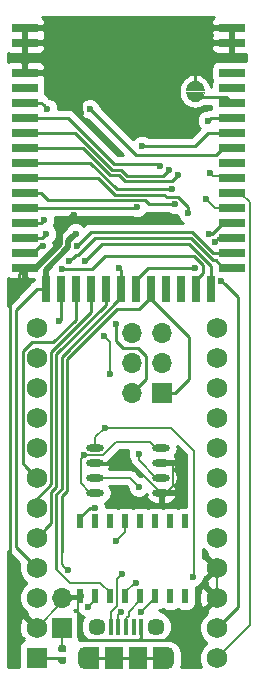
<source format=gbr>
G04 #@! TF.GenerationSoftware,KiCad,Pcbnew,(5.0.0)*
G04 #@! TF.CreationDate,2019-11-08T22:07:10-06:00*
G04 #@! TF.ProjectId,EByte_E73,45427974655F4537332E6B696361645F,rev?*
G04 #@! TF.SameCoordinates,Original*
G04 #@! TF.FileFunction,Copper,L1,Top,Signal*
G04 #@! TF.FilePolarity,Positive*
%FSLAX46Y46*%
G04 Gerber Fmt 4.6, Leading zero omitted, Abs format (unit mm)*
G04 Created by KiCad (PCBNEW (5.0.0)) date 11/08/19 22:07:10*
%MOMM*%
%LPD*%
G01*
G04 APERTURE LIST*
G04 #@! TA.AperFunction,EtchedComponent*
%ADD10C,0.010000*%
G04 #@! TD*
G04 #@! TA.AperFunction,SMDPad,CuDef*
%ADD11R,0.508000X1.143000*%
G04 #@! TD*
G04 #@! TA.AperFunction,ComponentPad*
%ADD12R,1.752600X1.752600*%
G04 #@! TD*
G04 #@! TA.AperFunction,ComponentPad*
%ADD13C,1.752600*%
G04 #@! TD*
G04 #@! TA.AperFunction,ComponentPad*
%ADD14C,0.400000*%
G04 #@! TD*
G04 #@! TA.AperFunction,SMDPad,CuDef*
%ADD15R,0.720000X2.200000*%
G04 #@! TD*
G04 #@! TA.AperFunction,SMDPad,CuDef*
%ADD16R,2.200000X0.720000*%
G04 #@! TD*
G04 #@! TA.AperFunction,SMDPad,CuDef*
%ADD17R,1.500000X1.900000*%
G04 #@! TD*
G04 #@! TA.AperFunction,ComponentPad*
%ADD18C,1.450000*%
G04 #@! TD*
G04 #@! TA.AperFunction,SMDPad,CuDef*
%ADD19R,0.400000X1.350000*%
G04 #@! TD*
G04 #@! TA.AperFunction,ComponentPad*
%ADD20O,1.200000X1.900000*%
G04 #@! TD*
G04 #@! TA.AperFunction,SMDPad,CuDef*
%ADD21R,1.200000X1.900000*%
G04 #@! TD*
G04 #@! TA.AperFunction,ComponentPad*
%ADD22R,1.700000X1.700000*%
G04 #@! TD*
G04 #@! TA.AperFunction,ComponentPad*
%ADD23O,1.700000X1.700000*%
G04 #@! TD*
G04 #@! TA.AperFunction,SMDPad,CuDef*
%ADD24O,1.473200X0.609600*%
G04 #@! TD*
G04 #@! TA.AperFunction,Conductor*
%ADD25C,0.100000*%
G04 #@! TD*
G04 #@! TA.AperFunction,SMDPad,CuDef*
%ADD26C,0.590000*%
G04 #@! TD*
G04 #@! TA.AperFunction,ViaPad*
%ADD27C,0.600000*%
G04 #@! TD*
G04 #@! TA.AperFunction,Conductor*
%ADD28C,0.250000*%
G04 #@! TD*
G04 #@! TA.AperFunction,Conductor*
%ADD29C,0.200000*%
G04 #@! TD*
G04 #@! TA.AperFunction,Conductor*
%ADD30C,0.500000*%
G04 #@! TD*
G04 #@! TA.AperFunction,Conductor*
%ADD31C,0.254000*%
G04 #@! TD*
G04 APERTURE END LIST*
D10*
G04 #@! TO.C,JP2*
G36*
X114251040Y-104288260D02*
X114296240Y-104544760D01*
X114426540Y-104770360D01*
X114626040Y-104937760D01*
X114870840Y-105026860D01*
X115131240Y-105026860D01*
X115376040Y-104937760D01*
X115575540Y-104770360D01*
X115705840Y-104544760D01*
X115751040Y-104288260D01*
X114251040Y-104288260D01*
X114251040Y-104288260D01*
G37*
X114251040Y-104288260D02*
X114296240Y-104544760D01*
X114426540Y-104770360D01*
X114626040Y-104937760D01*
X114870840Y-105026860D01*
X115131240Y-105026860D01*
X115376040Y-104937760D01*
X115575540Y-104770360D01*
X115705840Y-104544760D01*
X115751040Y-104288260D01*
X114251040Y-104288260D01*
G36*
X115751040Y-104088260D02*
X115705840Y-103831760D01*
X115575540Y-103606160D01*
X115376040Y-103438760D01*
X115131240Y-103349660D01*
X114870840Y-103349660D01*
X114626040Y-103438760D01*
X114426540Y-103606160D01*
X114296240Y-103831760D01*
X114251040Y-104088260D01*
X115751040Y-104088260D01*
X115751040Y-104088260D01*
G37*
X115751040Y-104088260D02*
X115705840Y-103831760D01*
X115575540Y-103606160D01*
X115376040Y-103438760D01*
X115131240Y-103349660D01*
X114870840Y-103349660D01*
X114626040Y-103438760D01*
X114426540Y-103606160D01*
X114296240Y-103831760D01*
X114251040Y-104088260D01*
X115751040Y-104088260D01*
G04 #@! TD*
D11*
G04 #@! TO.P,U4,16*
G04 #@! TO.N,Net-(C12-Pad1)*
X105283000Y-140589000D03*
G04 #@! TO.P,U4,14*
G04 #@! TO.N,N/C*
X107823000Y-140589000D03*
G04 #@! TO.P,U4,13*
G04 #@! TO.N,/DTR*
X109093000Y-140589000D03*
G04 #@! TO.P,U4,12*
G04 #@! TO.N,N/C*
X110363000Y-140589000D03*
G04 #@! TO.P,U4,11*
X111633000Y-140589000D03*
G04 #@! TO.P,U4,10*
X112903000Y-140589000D03*
G04 #@! TO.P,U4,9*
X114173000Y-140589000D03*
G04 #@! TO.P,U4,8*
X114173000Y-146939000D03*
G04 #@! TO.P,U4,7*
X112903000Y-146939000D03*
G04 #@! TO.P,U4,6*
G04 #@! TO.N,/Data-*
X111633000Y-146939000D03*
G04 #@! TO.P,U4,5*
G04 #@! TO.N,/Data+*
X110363000Y-146939000D03*
G04 #@! TO.P,U4,4*
G04 #@! TO.N,Net-(C10-Pad1)*
X109093000Y-146939000D03*
G04 #@! TO.P,U4,3*
G04 #@! TO.N,TXD*
X107823000Y-146939000D03*
G04 #@! TO.P,U4,2*
G04 #@! TO.N,Net-(R6-Pad2)*
X106553000Y-146939000D03*
G04 #@! TO.P,U4,1*
G04 #@! TO.N,GND*
X105283000Y-146939000D03*
G04 #@! TO.P,U4,15*
G04 #@! TO.N,N/C*
X106553000Y-140589000D03*
G04 #@! TD*
D12*
G04 #@! TO.P,U2,1*
G04 #@! TO.N,Net-(R7-Pad2)*
X101600000Y-152146000D03*
D13*
G04 #@! TO.P,U2,2*
G04 #@! TO.N,GND*
X101600000Y-149606000D03*
G04 #@! TO.P,U2,3*
G04 #@! TO.N,RESET*
X101600000Y-147066000D03*
G04 #@! TO.P,U2,4*
G04 #@! TO.N,VCC*
X101600000Y-144526000D03*
G04 #@! TO.P,U2,5*
G04 #@! TO.N,/P0.05*
X101600000Y-141986000D03*
G04 #@! TO.P,U2,6*
G04 #@! TO.N,/P0.04*
X101600000Y-139446000D03*
G04 #@! TO.P,U2,7*
G04 #@! TO.N,/P0.03*
X101600000Y-136906000D03*
G04 #@! TO.P,U2,8*
G04 #@! TO.N,/P0.02*
X101600000Y-134366000D03*
G04 #@! TO.P,U2,9*
G04 #@! TO.N,SCK*
X101600000Y-131826000D03*
G04 #@! TO.P,U2,10*
G04 #@! TO.N,MISO*
X101600000Y-129286000D03*
G04 #@! TO.P,U2,11*
G04 #@! TO.N,MOSI*
X101600000Y-126746000D03*
G04 #@! TO.P,U2,12*
G04 #@! TO.N,/P0.11*
X101600000Y-124206000D03*
G04 #@! TO.P,U2,24*
G04 #@! TO.N,/P0.16*
X116840000Y-124206000D03*
G04 #@! TO.P,U2,23*
G04 #@! TO.N,/P0.15*
X116840000Y-126746000D03*
G04 #@! TO.P,U2,22*
G04 #@! TO.N,/P0.30*
X116840000Y-129286000D03*
G04 #@! TO.P,U2,21*
G04 #@! TO.N,/P0.29*
X116840000Y-131826000D03*
G04 #@! TO.P,U2,20*
G04 #@! TO.N,/P0.28*
X116840000Y-134366000D03*
G04 #@! TO.P,U2,19*
G04 #@! TO.N,/P0.27*
X116840000Y-136906000D03*
G04 #@! TO.P,U2,18*
G04 #@! TO.N,SCL*
X116840000Y-139446000D03*
G04 #@! TO.P,U2,17*
G04 #@! TO.N,SDA*
X116840000Y-141986000D03*
G04 #@! TO.P,U2,16*
G04 #@! TO.N,GND*
X116840000Y-144526000D03*
G04 #@! TO.P,U2,15*
X116840000Y-147066000D03*
G04 #@! TO.P,U2,14*
G04 #@! TO.N,/P0.07*
X116840000Y-149606000D03*
G04 #@! TO.P,U2,13*
G04 #@! TO.N,SWO*
X116840000Y-152146000D03*
G04 #@! TD*
D14*
G04 #@! TO.P,JP2,2*
G04 #@! TO.N,GND*
X115001040Y-103738260D03*
G04 #@! TO.P,JP2,1*
G04 #@! TO.N,Net-(JP2-Pad1)*
X115001040Y-104638260D03*
X115001040Y-104638260D03*
G04 #@! TO.P,JP2,2*
G04 #@! TO.N,GND*
X115001040Y-103738260D03*
G04 #@! TD*
D15*
G04 #@! TO.P,U1,27*
G04 #@! TO.N,SCK*
X116332000Y-120904000D03*
G04 #@! TO.P,U1,26*
G04 #@! TO.N,/P0.11*
X115062000Y-120904000D03*
G04 #@! TO.P,U1,25*
G04 #@! TO.N,N/C*
X113792000Y-120904000D03*
G04 #@! TO.P,U1,24*
X112522000Y-120904000D03*
G04 #@! TO.P,U1,23*
G04 #@! TO.N,RXD*
X111252000Y-120904000D03*
G04 #@! TO.P,U1,22*
G04 #@! TO.N,/P0.07*
X109982000Y-120904000D03*
G04 #@! TO.P,U1,21*
G04 #@! TO.N,TXD*
X108712000Y-120904000D03*
G04 #@! TO.P,U1,20*
G04 #@! TO.N,/P0.05*
X107442000Y-120904000D03*
G04 #@! TO.P,U1,19*
G04 #@! TO.N,/P0.04*
X106172000Y-120904000D03*
G04 #@! TO.P,U1,18*
G04 #@! TO.N,/P0.03*
X104902000Y-120904000D03*
G04 #@! TO.P,U1,17*
G04 #@! TO.N,/P0.02*
X103632000Y-120904000D03*
G04 #@! TO.P,U1,16*
G04 #@! TO.N,VCC*
X102362000Y-120904000D03*
D16*
G04 #@! TO.P,U1,28*
G04 #@! TO.N,MOSI*
X118110000Y-119126000D03*
G04 #@! TO.P,U1,29*
G04 #@! TO.N,MISO*
X118110000Y-117856000D03*
G04 #@! TO.P,U1,30*
G04 #@! TO.N,/P0.15*
X118110000Y-116586000D03*
G04 #@! TO.P,U1,31*
G04 #@! TO.N,/P0.16*
X118110000Y-115316000D03*
G04 #@! TO.P,U1,32*
G04 #@! TO.N,/LED1*
X118110000Y-114046000D03*
G04 #@! TO.P,U1,33*
G04 #@! TO.N,SWO*
X118110000Y-112776000D03*
G04 #@! TO.P,U1,34*
G04 #@! TO.N,/LED2*
X118110000Y-111506000D03*
G04 #@! TO.P,U1,35*
G04 #@! TO.N,N/C*
X118110000Y-110236000D03*
G04 #@! TO.P,U1,36*
G04 #@! TO.N,RESET*
X118110000Y-108966000D03*
G04 #@! TO.P,U1,37*
G04 #@! TO.N,SWDCLK*
X118110000Y-107696000D03*
G04 #@! TO.P,U1,38*
G04 #@! TO.N,SWDIO*
X118110000Y-106426000D03*
G04 #@! TO.P,U1,39*
G04 #@! TO.N,Net-(JP2-Pad1)*
X118110000Y-105156000D03*
G04 #@! TO.P,U1,40*
G04 #@! TO.N,N/C*
X118110000Y-103886000D03*
G04 #@! TO.P,U1,41*
X118110000Y-102616000D03*
G04 #@! TO.P,U1,42*
G04 #@! TO.N,GND*
X118110000Y-100076000D03*
G04 #@! TO.P,U1,43*
X118110000Y-98806000D03*
G04 #@! TO.P,U1,0*
X100584000Y-98806000D03*
G04 #@! TO.P,U1,1*
X100584000Y-100076000D03*
G04 #@! TO.P,U1,2*
X100584000Y-102616000D03*
G04 #@! TO.P,U1,3*
G04 #@! TO.N,N/C*
X100584000Y-103886000D03*
G04 #@! TO.P,U1,4*
G04 #@! TO.N,Net-(C4-Pad1)*
X100584000Y-105156000D03*
G04 #@! TO.P,U1,5*
G04 #@! TO.N,SDA*
X100584000Y-106426000D03*
G04 #@! TO.P,U1,6*
G04 #@! TO.N,SCL*
X100584000Y-107696000D03*
G04 #@! TO.P,U1,7*
G04 #@! TO.N,/P0.27*
X100584000Y-108966000D03*
G04 #@! TO.P,U1,8*
G04 #@! TO.N,/P0.28*
X100584000Y-110236000D03*
G04 #@! TO.P,U1,9*
G04 #@! TO.N,/P0.29*
X100584000Y-111506000D03*
G04 #@! TO.P,U1,10*
G04 #@! TO.N,/P0.30*
X100584000Y-112776000D03*
G04 #@! TO.P,U1,11*
G04 #@! TO.N,/P0.31*
X100584000Y-114046000D03*
G04 #@! TO.P,U1,12*
G04 #@! TO.N,Net-(C1-Pad1)*
X100584000Y-115316000D03*
G04 #@! TO.P,U1,13*
G04 #@! TO.N,Net-(L1-Pad2)*
X100584000Y-116586000D03*
G04 #@! TO.P,U1,14*
G04 #@! TO.N,Net-(C2-Pad1)*
X100584000Y-117856000D03*
G04 #@! TO.P,U1,15*
G04 #@! TO.N,GND*
X100584000Y-119126000D03*
G04 #@! TD*
D17*
G04 #@! TO.P,J1,6*
G04 #@! TO.N,Net-(J1-Pad6)*
X110169200Y-152208980D03*
D18*
X106669200Y-149508980D03*
D19*
G04 #@! TO.P,J1,2*
G04 #@! TO.N,/Data-*
X108519200Y-149508980D03*
G04 #@! TO.P,J1,1*
G04 #@! TO.N,/VBus*
X107869200Y-149508980D03*
G04 #@! TO.P,J1,5*
G04 #@! TO.N,GND*
X110469200Y-149508980D03*
G04 #@! TO.P,J1,4*
G04 #@! TO.N,N/C*
X109819200Y-149508980D03*
G04 #@! TO.P,J1,3*
G04 #@! TO.N,/Data+*
X109169200Y-149508980D03*
D18*
G04 #@! TO.P,J1,6*
G04 #@! TO.N,Net-(J1-Pad6)*
X111669200Y-149508980D03*
D17*
X108169200Y-152208980D03*
D20*
X105669200Y-152208980D03*
X112669200Y-152208980D03*
D21*
X112069200Y-152208980D03*
X106269200Y-152208980D03*
G04 #@! TD*
D22*
G04 #@! TO.P,J3,1*
G04 #@! TO.N,/VBatt*
X103759000Y-149606000D03*
D23*
G04 #@! TO.P,J3,2*
G04 #@! TO.N,GND*
X103759000Y-147066000D03*
G04 #@! TD*
D22*
G04 #@! TO.P,J2,1*
G04 #@! TO.N,RXD*
X112229900Y-129715260D03*
D23*
G04 #@! TO.P,J2,2*
G04 #@! TO.N,TXD*
X109689900Y-129715260D03*
G04 #@! TO.P,J2,3*
G04 #@! TO.N,VCC*
X112229900Y-127175260D03*
G04 #@! TO.P,J2,4*
G04 #@! TO.N,GND*
X109689900Y-127175260D03*
G04 #@! TO.P,J2,5*
G04 #@! TO.N,SWDCLK*
X112229900Y-124635260D03*
G04 #@! TO.P,J2,6*
G04 #@! TO.N,SWDIO*
X109689900Y-124635260D03*
G04 #@! TD*
D24*
G04 #@! TO.P,U6,1*
G04 #@! TO.N,GND*
X112141000Y-138176000D03*
G04 #@! TO.P,U6,2*
G04 #@! TO.N,Net-(R3-Pad1)*
X112141000Y-136906000D03*
G04 #@! TO.P,U6,3*
G04 #@! TO.N,GND*
X112141000Y-135636000D03*
G04 #@! TO.P,U6,4*
G04 #@! TO.N,/VBus*
X112141000Y-134366000D03*
G04 #@! TO.P,U6,5*
G04 #@! TO.N,/VBatt*
X106553000Y-134366000D03*
G04 #@! TO.P,U6,6*
G04 #@! TO.N,GND*
X106553000Y-135636000D03*
G04 #@! TO.P,U6,7*
G04 #@! TO.N,Net-(D6-Pad1)*
X106553000Y-136906000D03*
G04 #@! TO.P,U6,8*
G04 #@! TO.N,/VBus*
X106553000Y-138176000D03*
G04 #@! TD*
D25*
G04 #@! TO.N,/VBatt*
G04 #@! TO.C,R7*
G36*
X103945958Y-151089710D02*
X103960276Y-151091834D01*
X103974317Y-151095351D01*
X103987946Y-151100228D01*
X104001031Y-151106417D01*
X104013447Y-151113858D01*
X104025073Y-151122481D01*
X104035798Y-151132202D01*
X104045519Y-151142927D01*
X104054142Y-151154553D01*
X104061583Y-151166969D01*
X104067772Y-151180054D01*
X104072649Y-151193683D01*
X104076166Y-151207724D01*
X104078290Y-151222042D01*
X104079000Y-151236500D01*
X104079000Y-151531500D01*
X104078290Y-151545958D01*
X104076166Y-151560276D01*
X104072649Y-151574317D01*
X104067772Y-151587946D01*
X104061583Y-151601031D01*
X104054142Y-151613447D01*
X104045519Y-151625073D01*
X104035798Y-151635798D01*
X104025073Y-151645519D01*
X104013447Y-151654142D01*
X104001031Y-151661583D01*
X103987946Y-151667772D01*
X103974317Y-151672649D01*
X103960276Y-151676166D01*
X103945958Y-151678290D01*
X103931500Y-151679000D01*
X103586500Y-151679000D01*
X103572042Y-151678290D01*
X103557724Y-151676166D01*
X103543683Y-151672649D01*
X103530054Y-151667772D01*
X103516969Y-151661583D01*
X103504553Y-151654142D01*
X103492927Y-151645519D01*
X103482202Y-151635798D01*
X103472481Y-151625073D01*
X103463858Y-151613447D01*
X103456417Y-151601031D01*
X103450228Y-151587946D01*
X103445351Y-151574317D01*
X103441834Y-151560276D01*
X103439710Y-151545958D01*
X103439000Y-151531500D01*
X103439000Y-151236500D01*
X103439710Y-151222042D01*
X103441834Y-151207724D01*
X103445351Y-151193683D01*
X103450228Y-151180054D01*
X103456417Y-151166969D01*
X103463858Y-151154553D01*
X103472481Y-151142927D01*
X103482202Y-151132202D01*
X103492927Y-151122481D01*
X103504553Y-151113858D01*
X103516969Y-151106417D01*
X103530054Y-151100228D01*
X103543683Y-151095351D01*
X103557724Y-151091834D01*
X103572042Y-151089710D01*
X103586500Y-151089000D01*
X103931500Y-151089000D01*
X103945958Y-151089710D01*
X103945958Y-151089710D01*
G37*
D26*
G04 #@! TD*
G04 #@! TO.P,R7,1*
G04 #@! TO.N,/VBatt*
X103759000Y-151384000D03*
D25*
G04 #@! TO.N,Net-(R7-Pad2)*
G04 #@! TO.C,R7*
G36*
X103945958Y-152059710D02*
X103960276Y-152061834D01*
X103974317Y-152065351D01*
X103987946Y-152070228D01*
X104001031Y-152076417D01*
X104013447Y-152083858D01*
X104025073Y-152092481D01*
X104035798Y-152102202D01*
X104045519Y-152112927D01*
X104054142Y-152124553D01*
X104061583Y-152136969D01*
X104067772Y-152150054D01*
X104072649Y-152163683D01*
X104076166Y-152177724D01*
X104078290Y-152192042D01*
X104079000Y-152206500D01*
X104079000Y-152501500D01*
X104078290Y-152515958D01*
X104076166Y-152530276D01*
X104072649Y-152544317D01*
X104067772Y-152557946D01*
X104061583Y-152571031D01*
X104054142Y-152583447D01*
X104045519Y-152595073D01*
X104035798Y-152605798D01*
X104025073Y-152615519D01*
X104013447Y-152624142D01*
X104001031Y-152631583D01*
X103987946Y-152637772D01*
X103974317Y-152642649D01*
X103960276Y-152646166D01*
X103945958Y-152648290D01*
X103931500Y-152649000D01*
X103586500Y-152649000D01*
X103572042Y-152648290D01*
X103557724Y-152646166D01*
X103543683Y-152642649D01*
X103530054Y-152637772D01*
X103516969Y-152631583D01*
X103504553Y-152624142D01*
X103492927Y-152615519D01*
X103482202Y-152605798D01*
X103472481Y-152595073D01*
X103463858Y-152583447D01*
X103456417Y-152571031D01*
X103450228Y-152557946D01*
X103445351Y-152544317D01*
X103441834Y-152530276D01*
X103439710Y-152515958D01*
X103439000Y-152501500D01*
X103439000Y-152206500D01*
X103439710Y-152192042D01*
X103441834Y-152177724D01*
X103445351Y-152163683D01*
X103450228Y-152150054D01*
X103456417Y-152136969D01*
X103463858Y-152124553D01*
X103472481Y-152112927D01*
X103482202Y-152102202D01*
X103492927Y-152092481D01*
X103504553Y-152083858D01*
X103516969Y-152076417D01*
X103530054Y-152070228D01*
X103543683Y-152065351D01*
X103557724Y-152061834D01*
X103572042Y-152059710D01*
X103586500Y-152059000D01*
X103931500Y-152059000D01*
X103945958Y-152059710D01*
X103945958Y-152059710D01*
G37*
D26*
G04 #@! TD*
G04 #@! TO.P,R7,2*
G04 #@! TO.N,Net-(R7-Pad2)*
X103759000Y-152354000D03*
D27*
G04 #@! TO.N,GND*
X101036120Y-120291860D03*
X103124000Y-100076000D03*
X102362000Y-100076000D03*
X109474000Y-100076000D03*
X116078000Y-100076000D03*
X116078000Y-98806000D03*
X109474000Y-98806000D03*
X103124000Y-98806000D03*
X102362000Y-98806000D03*
X105349378Y-105990890D03*
X104775000Y-114681000D03*
X113919000Y-135509000D03*
G04 #@! TO.N,Net-(C1-Pad1)*
X102235000Y-115062000D03*
G04 #@! TO.N,Net-(C2-Pad1)*
X102144164Y-117310340D03*
G04 #@! TO.N,VCC*
X104889300Y-116235480D03*
G04 #@! TO.N,SWDIO*
X116078000Y-106680000D03*
G04 #@! TO.N,Net-(L1-Pad2)*
X102402640Y-116265960D03*
G04 #@! TO.N,SCK*
X105671708Y-118579336D03*
G04 #@! TO.N,/P0.11*
X103740379Y-119196281D03*
G04 #@! TO.N,TXD*
X108567220Y-119136330D03*
X108313220Y-123855480D03*
G04 #@! TO.N,/P0.02*
X103525320Y-123639580D03*
G04 #@! TO.N,MOSI*
X104365728Y-118588588D03*
G04 #@! TO.N,MISO*
X105008691Y-117248951D03*
G04 #@! TO.N,/P0.15*
X116682210Y-116926346D03*
G04 #@! TO.N,/P0.16*
X116220410Y-116273078D03*
G04 #@! TO.N,SCL*
X112760760Y-110881160D03*
G04 #@! TO.N,/P0.27*
X113570969Y-111272954D03*
G04 #@! TO.N,/P0.29*
X114438623Y-114513360D03*
G04 #@! TO.N,/P0.07*
X117224186Y-120241060D03*
X115008660Y-119156480D03*
G04 #@! TO.N,Net-(C4-Pad1)*
X102486460Y-105666540D03*
G04 #@! TO.N,RESET*
X106088126Y-105683856D03*
G04 #@! TO.N,SWDCLK*
X110505169Y-108801370D03*
G04 #@! TO.N,RXD*
X104246772Y-144759772D03*
G04 #@! TO.N,SDA*
X112014000Y-110490000D03*
G04 #@! TO.N,/P0.28*
X113046387Y-112501842D03*
G04 #@! TO.N,/P0.30*
X113286055Y-113772011D03*
G04 #@! TO.N,/Data-*
X110443677Y-148255323D03*
X108726711Y-148273674D03*
G04 #@! TO.N,/VBus*
X108839000Y-145034000D03*
X105626752Y-135001000D03*
G04 #@! TO.N,/VBatt*
X107823000Y-128143000D03*
X107295927Y-124880706D03*
X107358265Y-132671735D03*
X114808000Y-145288000D03*
G04 #@! TO.N,Net-(R3-Pad1)*
X110236000Y-134874000D03*
G04 #@! TO.N,/DTR*
X108331000Y-142240000D03*
G04 #@! TO.N,Net-(R6-Pad2)*
X105921123Y-147830602D03*
G04 #@! TO.N,/P0.31*
X110109000Y-114005474D03*
G04 #@! TO.N,Net-(C10-Pad1)*
X109981996Y-145796000D03*
G04 #@! TO.N,Net-(C12-Pad1)*
X106553000Y-139476000D03*
G04 #@! TO.N,/LED2*
X116286116Y-111129751D03*
G04 #@! TO.N,/LED1*
X115951000Y-113284000D03*
G04 #@! TO.N,Net-(D6-Pad1)*
X110236000Y-137668000D03*
G04 #@! TD*
D28*
G04 #@! TO.N,GND*
X100584000Y-119126000D02*
X100584000Y-119839740D01*
X100584000Y-119839740D02*
X101036120Y-120291860D01*
X116746020Y-144432020D02*
X116840000Y-144526000D01*
X115001040Y-103738260D02*
X115001040Y-101152960D01*
X115001040Y-101152960D02*
X116078000Y-100076000D01*
X116467500Y-144153500D02*
X116840000Y-144526000D01*
X100584000Y-100076000D02*
X102362000Y-100076000D01*
X109474000Y-100076000D02*
X103124000Y-100076000D01*
X118110000Y-100076000D02*
X116078000Y-100076000D01*
X116078000Y-98806000D02*
X118110000Y-98806000D01*
X103124000Y-98806000D02*
X109474000Y-98806000D01*
X100584000Y-98806000D02*
X102362000Y-98806000D01*
X100584000Y-100076000D02*
X100584000Y-102616000D01*
X100584000Y-98806000D02*
X100584000Y-100076000D01*
X118110000Y-100076000D02*
X118110000Y-98806000D01*
X117370000Y-100076000D02*
X118110000Y-100076000D01*
D29*
X116395500Y-144081500D02*
X116840000Y-144526000D01*
X116840000Y-147066000D02*
X116840000Y-145826725D01*
X116840000Y-145826725D02*
X116840000Y-144526000D01*
D28*
X110469200Y-150433980D02*
X110469200Y-149508980D01*
X110281180Y-150622000D02*
X110469200Y-150433980D01*
X105275380Y-150622000D02*
X110281180Y-150622000D01*
X110469200Y-149508980D02*
X110469200Y-149172140D01*
X113284000Y-150622000D02*
X116840000Y-147066000D01*
X110281180Y-150622000D02*
X113284000Y-150622000D01*
X105349378Y-104200622D02*
X105349378Y-105566626D01*
X109474000Y-100076000D02*
X105349378Y-104200622D01*
X105349378Y-105566626D02*
X105349378Y-105990890D01*
D29*
X109689900Y-127800100D02*
X109689900Y-127175260D01*
D30*
X101539040Y-119126000D02*
X103545640Y-117119400D01*
X100584000Y-119126000D02*
X101539040Y-119126000D01*
X103545640Y-117119400D02*
X103545640Y-115783360D01*
X103545640Y-115783360D02*
X103672640Y-115783360D01*
X103672640Y-115783360D02*
X104775000Y-114681000D01*
D29*
X103886000Y-146939000D02*
X103759000Y-147066000D01*
X105283000Y-146939000D02*
X103886000Y-146939000D01*
X103759000Y-147447000D02*
X103759000Y-147066000D01*
X101600000Y-149606000D02*
X103759000Y-147447000D01*
D28*
X100584000Y-119126000D02*
X100076000Y-119634000D01*
X99314000Y-122174000D02*
X99314000Y-147320000D01*
X100076000Y-121412000D02*
X99314000Y-122174000D01*
X100076000Y-119634000D02*
X100076000Y-121412000D01*
X99314000Y-147320000D02*
X101600000Y-149606000D01*
D29*
X105275380Y-150622000D02*
X105074362Y-150420982D01*
X105074362Y-150420982D02*
X105074362Y-147147638D01*
X105074362Y-147147638D02*
X105283000Y-146939000D01*
X112572800Y-138176000D02*
X112141000Y-138176000D01*
X113177610Y-137571190D02*
X112572800Y-138176000D01*
X113177610Y-135736010D02*
X113177610Y-137571190D01*
X113077600Y-135636000D02*
X113177610Y-135736010D01*
X112141000Y-135636000D02*
X113077600Y-135636000D01*
X112141000Y-138176000D02*
X112123870Y-138176000D01*
X112123870Y-138176000D02*
X109583870Y-135636000D01*
X109583870Y-135636000D02*
X107489600Y-135636000D01*
X107489600Y-135636000D02*
X106553000Y-135636000D01*
D28*
X112141000Y-135636000D02*
X113792000Y-135636000D01*
X113792000Y-135636000D02*
X113919000Y-135509000D01*
G04 #@! TO.N,Net-(C1-Pad1)*
X100584000Y-115316000D02*
X101324000Y-115316000D01*
X101981000Y-115316000D02*
X102235000Y-115062000D01*
X100584000Y-115316000D02*
X101981000Y-115316000D01*
G04 #@! TO.N,Net-(C2-Pad1)*
X100584000Y-117856000D02*
X101324000Y-117856000D01*
X101934000Y-117246000D02*
X102079824Y-117246000D01*
X101324000Y-117856000D02*
X101934000Y-117246000D01*
X102079824Y-117246000D02*
X102144164Y-117310340D01*
D30*
G04 #@! TO.N,VCC*
X104245651Y-116879129D02*
X104589301Y-116535479D01*
X104245651Y-117409354D02*
X104245651Y-116879129D01*
X102362000Y-120904000D02*
X102362000Y-119293005D01*
X104589301Y-116535479D02*
X104889300Y-116235480D01*
X102362000Y-119293005D02*
X104245651Y-117409354D01*
D28*
X102362000Y-120904000D02*
X102362000Y-120164000D01*
X101854000Y-120904000D02*
X102362000Y-120904000D01*
X101600000Y-120904000D02*
X101854000Y-120904000D01*
X101600000Y-144526000D02*
X99822000Y-142748000D01*
X99822000Y-122682000D02*
X101600000Y-120904000D01*
X99822000Y-142748000D02*
X99822000Y-122682000D01*
G04 #@! TO.N,SWDIO*
X118110000Y-106426000D02*
X116332000Y-106426000D01*
X116332000Y-106426000D02*
X116078000Y-106680000D01*
D29*
G04 #@! TO.N,RESET*
X101926000Y-146740000D02*
X101600000Y-147066000D01*
D28*
G04 #@! TO.N,Net-(L1-Pad2)*
X100584000Y-116586000D02*
X102082600Y-116586000D01*
X102082600Y-116586000D02*
X102402640Y-116265960D01*
X100584000Y-116586000D02*
X101324000Y-116586000D01*
G04 #@! TO.N,SCK*
X116332000Y-120904000D02*
X116332000Y-118946347D01*
X107161479Y-117089565D02*
X105971707Y-118279337D01*
X105971707Y-118279337D02*
X105671708Y-118579336D01*
X114475218Y-117089565D02*
X107161479Y-117089565D01*
X116332000Y-118946347D02*
X114475218Y-117089565D01*
X116332000Y-120904000D02*
X116332000Y-121644000D01*
G04 #@! TO.N,/P0.11*
X104164643Y-119196281D02*
X103740379Y-119196281D01*
X115672000Y-118922758D02*
X114887182Y-118137940D01*
X115672000Y-119554000D02*
X115672000Y-118922758D01*
X115062000Y-120904000D02*
X115062000Y-120164000D01*
X106311981Y-119225221D02*
X104193583Y-119225221D01*
X114887182Y-118137940D02*
X107399262Y-118137940D01*
X104193583Y-119225221D02*
X104164643Y-119196281D01*
X115062000Y-120164000D02*
X115672000Y-119554000D01*
X107399262Y-118137940D02*
X106311981Y-119225221D01*
X115062000Y-120904000D02*
X115062000Y-121644000D01*
G04 #@! TO.N,RXD*
X111252000Y-120904000D02*
X111252000Y-121795540D01*
X111252000Y-121795540D02*
X114490500Y-125034040D01*
X114490500Y-125034040D02*
X114490500Y-128554660D01*
X114490500Y-128554660D02*
X113329900Y-129715260D01*
X113329900Y-129715260D02*
X112229900Y-129715260D01*
G04 #@! TO.N,TXD*
X108712000Y-119281110D02*
X108567220Y-119136330D01*
X108712000Y-120904000D02*
X108712000Y-119281110D01*
X108912660Y-125948440D02*
X110202082Y-125948440D01*
X110202082Y-125948440D02*
X110864901Y-126611259D01*
X110864901Y-126611259D02*
X110864901Y-128540259D01*
X110864901Y-128540259D02*
X110539899Y-128865261D01*
X110539899Y-128865261D02*
X109689900Y-129715260D01*
X108313220Y-125349000D02*
X108912660Y-125948440D01*
X108313220Y-123855480D02*
X108313220Y-125349000D01*
X108712000Y-120904000D02*
X108712000Y-120164000D01*
G04 #@! TO.N,/P0.02*
X103632000Y-120904000D02*
X103632000Y-123532900D01*
X103632000Y-123532900D02*
X103525320Y-123639580D01*
X103632000Y-120904000D02*
X103632000Y-121644000D01*
G04 #@! TO.N,MOSI*
X105089798Y-118051742D02*
X104902574Y-118051742D01*
X116538064Y-118516000D02*
X114651244Y-116629180D01*
X114651244Y-116629180D02*
X106512360Y-116629180D01*
X117370000Y-119126000D02*
X116760000Y-118516000D01*
X116760000Y-118516000D02*
X116538064Y-118516000D01*
X104665727Y-118288589D02*
X104365728Y-118588588D01*
X104902574Y-118051742D02*
X104665727Y-118288589D01*
X106512360Y-116629180D02*
X105089798Y-118051742D01*
X118110000Y-119126000D02*
X117370000Y-119126000D01*
G04 #@! TO.N,MISO*
X105308690Y-116948952D02*
X105008691Y-117248951D01*
X106156782Y-116100860D02*
X105308690Y-116948952D01*
X116514474Y-117856000D02*
X114759334Y-116100860D01*
X114759334Y-116100860D02*
X106156782Y-116100860D01*
X118110000Y-117856000D02*
X116514474Y-117856000D01*
X101600000Y-129286000D02*
X102011480Y-128874520D01*
G04 #@! TO.N,/P0.15*
X117022556Y-116586000D02*
X116982209Y-116626347D01*
X116982209Y-116626347D02*
X116682210Y-116926346D01*
X118110000Y-116586000D02*
X117022556Y-116586000D01*
G04 #@! TO.N,/P0.16*
X116412922Y-116273078D02*
X116220410Y-116273078D01*
X118110000Y-115316000D02*
X117370000Y-115316000D01*
X117370000Y-115316000D02*
X116412922Y-116273078D01*
G04 #@! TO.N,/P0.07*
X117524185Y-120541059D02*
X117224186Y-120241060D01*
X118629989Y-121646863D02*
X117524185Y-120541059D01*
X116840000Y-149606000D02*
X118629989Y-147816011D01*
X118629989Y-147816011D02*
X118629989Y-121646863D01*
X114584396Y-119156480D02*
X115008660Y-119156480D01*
X109982000Y-120164000D02*
X110989520Y-119156480D01*
X109982000Y-120904000D02*
X109982000Y-120164000D01*
X110989520Y-119156480D02*
X114584396Y-119156480D01*
G04 #@! TO.N,/LED1*
X118110000Y-114046000D02*
X118926000Y-114046000D01*
G04 #@! TO.N,Net-(C4-Pad1)*
X100584000Y-105156000D02*
X101975920Y-105156000D01*
X101975920Y-105156000D02*
X102186461Y-105366541D01*
X102186461Y-105366541D02*
X102486460Y-105666540D01*
G04 #@! TO.N,Net-(J1-Pad6)*
X112069200Y-149908980D02*
X111669200Y-149508980D01*
X110169200Y-152208980D02*
X112669200Y-152208980D01*
X108169200Y-152208980D02*
X110169200Y-152208980D01*
X108169200Y-152208980D02*
X105669200Y-152208980D01*
G04 #@! TO.N,RESET*
X118110000Y-108966000D02*
X117370000Y-108966000D01*
X106388125Y-105983855D02*
X106088126Y-105683856D01*
X109980270Y-109576000D02*
X106388125Y-105983855D01*
X117370000Y-108966000D02*
X116760000Y-109576000D01*
X116760000Y-109576000D02*
X109980270Y-109576000D01*
G04 #@! TO.N,SWDCLK*
X114967392Y-108801370D02*
X110929433Y-108801370D01*
X110929433Y-108801370D02*
X110505169Y-108801370D01*
X116072762Y-107696000D02*
X114967392Y-108801370D01*
X118110000Y-107696000D02*
X116072762Y-107696000D01*
G04 #@! TO.N,RXD*
X103710000Y-138483159D02*
X103710000Y-143190000D01*
X111252000Y-120904000D02*
X111252000Y-121644000D01*
X110285120Y-122610880D02*
X108394500Y-122610880D01*
X108394500Y-122610880D02*
X104151334Y-126854046D01*
X104151334Y-126854046D02*
X104151334Y-138041825D01*
X111252000Y-121644000D02*
X110285120Y-122610880D01*
X104151334Y-138041825D02*
X103710000Y-138483159D01*
D29*
X103946773Y-144459773D02*
X104246772Y-144759772D01*
X103710000Y-144223000D02*
X103946773Y-144459773D01*
X103710000Y-143190000D02*
X103710000Y-144223000D01*
D28*
G04 #@! TO.N,TXD*
X103259989Y-144644011D02*
X103251000Y-144653000D01*
X103259989Y-138296759D02*
X103259989Y-144644011D01*
X103701323Y-137855425D02*
X103259989Y-138296759D01*
X103701323Y-126654677D02*
X103701323Y-137855425D01*
X108712000Y-120904000D02*
X108712000Y-121644000D01*
X108712000Y-121644000D02*
X103701323Y-126654677D01*
D29*
X107823000Y-146621500D02*
X107823000Y-146939000D01*
X106997500Y-145796000D02*
X107823000Y-146621500D01*
X104394000Y-145796000D02*
X106997500Y-145796000D01*
X103259989Y-144644011D02*
X103259989Y-144661989D01*
X103259989Y-144661989D02*
X104394000Y-145796000D01*
D28*
G04 #@! TO.N,/P0.05*
X102476299Y-141109701D02*
X101600000Y-141986000D01*
X102809978Y-138110359D02*
X102809978Y-140776022D01*
X107442000Y-122254000D02*
X103251312Y-126444688D01*
X102809978Y-140776022D02*
X102476299Y-141109701D01*
X103251312Y-126444688D02*
X103251312Y-137669025D01*
X103251312Y-137669025D02*
X102809978Y-138110359D01*
X107442000Y-120904000D02*
X107442000Y-122254000D01*
G04 #@! TO.N,/P0.04*
X106172000Y-120904000D02*
X106172000Y-122887589D01*
X106172000Y-122887589D02*
X102801301Y-126258288D01*
X102801301Y-126258288D02*
X102801301Y-137482625D01*
X101600000Y-138683926D02*
X101600000Y-139446000D01*
X102801301Y-137482625D02*
X101600000Y-138683926D01*
G04 #@! TO.N,/P0.03*
X104902000Y-120904000D02*
X104902000Y-123521178D01*
X100723701Y-136029701D02*
X101600000Y-136906000D01*
X104902000Y-123521178D02*
X103015877Y-125407301D01*
X100398699Y-135704699D02*
X100723701Y-136029701D01*
X103015877Y-125407301D02*
X101160773Y-125407301D01*
X101160773Y-125407301D02*
X100398699Y-126169375D01*
X100398699Y-126169375D02*
X100398699Y-135704699D01*
G04 #@! TO.N,SDA*
X111887000Y-110363000D02*
X112014000Y-110490000D01*
X108165176Y-110363000D02*
X111887000Y-110363000D01*
X100584000Y-106426000D02*
X104228176Y-106426000D01*
X104228176Y-106426000D02*
X108165176Y-110363000D01*
G04 #@! TO.N,SCL*
X112299141Y-111342779D02*
X112460761Y-111181159D01*
X112460761Y-111181159D02*
X112760760Y-110881160D01*
X107979799Y-110814034D02*
X108751685Y-110814034D01*
X109280430Y-111342779D02*
X112299141Y-111342779D01*
X108751685Y-110814034D02*
X109280430Y-111342779D01*
X100584000Y-107696000D02*
X104861765Y-107696000D01*
X104861765Y-107696000D02*
X107979799Y-110814034D01*
G04 #@! TO.N,/P0.27*
X107793399Y-111264045D02*
X108565285Y-111264045D01*
X100584000Y-108966000D02*
X105495354Y-108966000D01*
X113051133Y-111792790D02*
X113270970Y-111572953D01*
X113270970Y-111572953D02*
X113570969Y-111272954D01*
X105495354Y-108966000D02*
X107793399Y-111264045D01*
X108565285Y-111264045D02*
X109094030Y-111792790D01*
X109094030Y-111792790D02*
X113051133Y-111792790D01*
G04 #@! TO.N,/P0.28*
X106128943Y-110236000D02*
X108373334Y-112480391D01*
X112622123Y-112501842D02*
X113046387Y-112501842D01*
X108373334Y-112480391D02*
X112600672Y-112480391D01*
X100584000Y-110236000D02*
X106128943Y-110236000D01*
X112600672Y-112480391D02*
X112622123Y-112501842D01*
G04 #@! TO.N,/P0.29*
X106762533Y-111506000D02*
X108186934Y-112930401D01*
X114438623Y-113999575D02*
X114438623Y-114089096D01*
X112386400Y-112930402D02*
X112603007Y-113147009D01*
X100584000Y-111506000D02*
X106762533Y-111506000D01*
X114438623Y-114089096D02*
X114438623Y-114513360D01*
X113586057Y-113147009D02*
X114438623Y-113999575D01*
X112603007Y-113147009D02*
X113586057Y-113147009D01*
X108186934Y-112930401D02*
X112386400Y-112930402D01*
G04 #@! TO.N,/P0.30*
X111125600Y-113772011D02*
X112861791Y-113772011D01*
X112861791Y-113772011D02*
X113286055Y-113772011D01*
X102538412Y-113380412D02*
X110734001Y-113380412D01*
X110734001Y-113380412D02*
X111125600Y-113772011D01*
X100584000Y-112776000D02*
X101934000Y-112776000D01*
X101934000Y-112776000D02*
X102538412Y-113380412D01*
G04 #@! TO.N,Net-(JP2-Pad1)*
X117652637Y-104698637D02*
X118110000Y-105156000D01*
X115001040Y-104638260D02*
X117592260Y-104638260D01*
X117592260Y-104638260D02*
X117652637Y-104698637D01*
D29*
G04 #@! TO.N,/Data-*
X108566121Y-149462059D02*
X108519200Y-149508980D01*
X111633000Y-147066000D02*
X110443677Y-148255323D01*
X111633000Y-146939000D02*
X111633000Y-147066000D01*
X108519200Y-149508980D02*
X108519200Y-148481185D01*
X108519200Y-148481185D02*
X108726711Y-148273674D01*
D28*
G04 #@! TO.N,/VBus*
X107869200Y-149508980D02*
X107869200Y-149033980D01*
D29*
X108377001Y-145495999D02*
X108839000Y-145034000D01*
X108377001Y-147750501D02*
X108377001Y-145495999D01*
X107869200Y-149508980D02*
X107869200Y-148258302D01*
X107869200Y-148258302D02*
X108377001Y-147750501D01*
X105326753Y-135300999D02*
X105626752Y-135001000D01*
X105326753Y-137381553D02*
X105326753Y-135300999D01*
X106121200Y-138176000D02*
X105326753Y-137381553D01*
X106553000Y-138176000D02*
X106121200Y-138176000D01*
X106051016Y-135001000D02*
X105626752Y-135001000D01*
X108344930Y-133861200D02*
X107205130Y-135001000D01*
X112141000Y-134366000D02*
X111709200Y-134366000D01*
X111204400Y-133861200D02*
X108344930Y-133861200D01*
X107205130Y-135001000D02*
X106051016Y-135001000D01*
X111709200Y-134366000D02*
X111204400Y-133861200D01*
G04 #@! TO.N,/Data+*
X110363000Y-146939000D02*
X110363000Y-147256500D01*
X109169200Y-148793187D02*
X109169200Y-149508980D01*
X109376712Y-148585675D02*
X109169200Y-148793187D01*
X109376712Y-148242788D02*
X109376712Y-148585675D01*
X110363000Y-147256500D02*
X109376712Y-148242788D01*
G04 #@! TO.N,/VBatt*
X103759000Y-151384000D02*
X103759000Y-149606000D01*
X107823000Y-125407779D02*
X107295927Y-124880706D01*
X107823000Y-128143000D02*
X107823000Y-125407779D01*
X106553000Y-134366000D02*
X106553000Y-133477000D01*
X106553000Y-133477000D02*
X107358265Y-132671735D01*
X107358265Y-132671735D02*
X112986735Y-132671735D01*
X112986735Y-132671735D02*
X114935000Y-134620000D01*
X114935000Y-134620000D02*
X114935000Y-145161000D01*
X114935000Y-145161000D02*
X114808000Y-145288000D01*
G04 #@! TO.N,Net-(R3-Pad1)*
X110236000Y-135298264D02*
X110236000Y-134874000D01*
X110236000Y-135432800D02*
X110236000Y-135298264D01*
X112141000Y-136906000D02*
X111709200Y-136906000D01*
X111709200Y-136906000D02*
X110236000Y-135432800D01*
G04 #@! TO.N,/DTR*
X109093000Y-141478000D02*
X108331000Y-142240000D01*
X109093000Y-140589000D02*
X109093000Y-141478000D01*
G04 #@! TO.N,Net-(R6-Pad2)*
X105978898Y-147830602D02*
X105921123Y-147830602D01*
X106553000Y-147256500D02*
X105978898Y-147830602D01*
X106553000Y-146939000D02*
X106553000Y-147256500D01*
D28*
G04 #@! TO.N,/P0.31*
X100584000Y-114046000D02*
X110068474Y-114046000D01*
X110068474Y-114046000D02*
X110109000Y-114005474D01*
D29*
G04 #@! TO.N,Net-(C10-Pad1)*
X109093000Y-146621500D02*
X109918500Y-145796000D01*
X109918500Y-145796000D02*
X109981996Y-145796000D01*
X109093000Y-146939000D02*
X109093000Y-146621500D01*
D28*
G04 #@! TO.N,Net-(C12-Pad1)*
X105283000Y-140589000D02*
X105283000Y-140271500D01*
X105283000Y-140271500D02*
X106078500Y-139476000D01*
X106078500Y-139476000D02*
X106255498Y-139476000D01*
X106255498Y-139476000D02*
X106553000Y-139476000D01*
G04 #@! TO.N,Net-(R7-Pad2)*
X103551000Y-152146000D02*
X103759000Y-152354000D01*
X101600000Y-152146000D02*
X103551000Y-152146000D01*
D29*
G04 #@! TO.N,SWO*
X119634000Y-149352000D02*
X116840000Y-152146000D01*
X119634000Y-113569998D02*
X119634000Y-149352000D01*
X118110000Y-112776000D02*
X118840002Y-112776000D01*
X118840002Y-112776000D02*
X119634000Y-113569998D01*
G04 #@! TO.N,/LED2*
X117983000Y-111379000D02*
X118110000Y-111506000D01*
X116286116Y-111129751D02*
X116535365Y-111379000D01*
X116535365Y-111379000D02*
X117983000Y-111379000D01*
G04 #@! TO.N,/LED1*
X118110000Y-114046000D02*
X116713000Y-114046000D01*
X116713000Y-114046000D02*
X115951000Y-113284000D01*
G04 #@! TO.N,Net-(D6-Pad1)*
X106553000Y-136906000D02*
X109474000Y-136906000D01*
X109474000Y-136906000D02*
X109936001Y-137368001D01*
X109936001Y-137368001D02*
X110236000Y-137668000D01*
G04 #@! TD*
D31*
G04 #@! TO.N,GND*
G36*
X99274071Y-143295929D02*
X99337530Y-143338331D01*
X100128499Y-144129301D01*
X100088700Y-144225384D01*
X100088700Y-144826616D01*
X100318782Y-145382083D01*
X100732699Y-145796000D01*
X100318782Y-146209917D01*
X100088700Y-146765384D01*
X100088700Y-147366616D01*
X100318782Y-147922083D01*
X100743917Y-148347218D01*
X100776520Y-148360722D01*
X100716604Y-148542999D01*
X101600000Y-149426395D01*
X101614143Y-149412253D01*
X101793748Y-149591858D01*
X101779605Y-149606000D01*
X101793748Y-149620143D01*
X101614143Y-149799748D01*
X101600000Y-149785605D01*
X101585858Y-149799748D01*
X101406253Y-149620143D01*
X101420395Y-149606000D01*
X100536999Y-148722604D01*
X100282973Y-148806104D01*
X100077118Y-149370997D01*
X100103109Y-149971668D01*
X100282973Y-150405896D01*
X100536997Y-150489395D01*
X100422369Y-150604023D01*
X100487574Y-150669228D01*
X100475935Y-150671543D01*
X100265891Y-150811891D01*
X100125543Y-151021935D01*
X100076260Y-151269700D01*
X100076260Y-152960000D01*
X99135000Y-152960000D01*
X99135000Y-143087794D01*
X99274071Y-143295929D01*
X99274071Y-143295929D01*
G37*
X99274071Y-143295929D02*
X99337530Y-143338331D01*
X100128499Y-144129301D01*
X100088700Y-144225384D01*
X100088700Y-144826616D01*
X100318782Y-145382083D01*
X100732699Y-145796000D01*
X100318782Y-146209917D01*
X100088700Y-146765384D01*
X100088700Y-147366616D01*
X100318782Y-147922083D01*
X100743917Y-148347218D01*
X100776520Y-148360722D01*
X100716604Y-148542999D01*
X101600000Y-149426395D01*
X101614143Y-149412253D01*
X101793748Y-149591858D01*
X101779605Y-149606000D01*
X101793748Y-149620143D01*
X101614143Y-149799748D01*
X101600000Y-149785605D01*
X101585858Y-149799748D01*
X101406253Y-149620143D01*
X101420395Y-149606000D01*
X100536999Y-148722604D01*
X100282973Y-148806104D01*
X100077118Y-149370997D01*
X100103109Y-149971668D01*
X100282973Y-150405896D01*
X100536997Y-150489395D01*
X100422369Y-150604023D01*
X100487574Y-150669228D01*
X100475935Y-150671543D01*
X100265891Y-150811891D01*
X100125543Y-151021935D01*
X100076260Y-151269700D01*
X100076260Y-152960000D01*
X99135000Y-152960000D01*
X99135000Y-143087794D01*
X99274071Y-143295929D01*
G36*
X115983917Y-143267218D02*
X116016520Y-143280722D01*
X115956604Y-143462999D01*
X116840000Y-144346395D01*
X116854143Y-144332253D01*
X117033748Y-144511858D01*
X117019605Y-144526000D01*
X117033748Y-144540143D01*
X116854143Y-144719748D01*
X116840000Y-144705605D01*
X115956604Y-145589001D01*
X116024646Y-145796000D01*
X115956604Y-146002999D01*
X116840000Y-146886395D01*
X116854143Y-146872253D01*
X117033748Y-147051858D01*
X117019605Y-147066000D01*
X117033748Y-147080143D01*
X116854143Y-147259748D01*
X116840000Y-147245605D01*
X115956604Y-148129001D01*
X116016520Y-148311278D01*
X115983917Y-148324782D01*
X115558782Y-148749917D01*
X115328700Y-149305384D01*
X115328700Y-149906616D01*
X115558782Y-150462083D01*
X115972699Y-150876000D01*
X115558782Y-151289917D01*
X115328700Y-151845384D01*
X115328700Y-152446616D01*
X115541351Y-152960000D01*
X113848627Y-152960000D01*
X113904200Y-152680615D01*
X113904200Y-151737344D01*
X113832544Y-151377107D01*
X113559585Y-150968595D01*
X113151072Y-150695636D01*
X112669200Y-150599785D01*
X112610104Y-150611540D01*
X112489970Y-150611540D01*
X112822152Y-150279358D01*
X113029200Y-149779501D01*
X113029200Y-149238459D01*
X112822152Y-148738602D01*
X112439578Y-148356028D01*
X111939721Y-148148980D01*
X111932045Y-148148980D01*
X112134765Y-148108657D01*
X112268000Y-148019632D01*
X112401235Y-148108657D01*
X112649000Y-148157940D01*
X113157000Y-148157940D01*
X113404765Y-148108657D01*
X113538000Y-148019632D01*
X113671235Y-148108657D01*
X113919000Y-148157940D01*
X114427000Y-148157940D01*
X114674765Y-148108657D01*
X114884809Y-147968309D01*
X115025157Y-147758265D01*
X115074440Y-147510500D01*
X115074440Y-146830997D01*
X115317118Y-146830997D01*
X115343109Y-147431668D01*
X115522973Y-147865896D01*
X115776999Y-147949396D01*
X116660395Y-147066000D01*
X115776999Y-146182604D01*
X115522973Y-146266104D01*
X115317118Y-146830997D01*
X115074440Y-146830997D01*
X115074440Y-146367500D01*
X115041761Y-146203210D01*
X115337635Y-146080655D01*
X115600655Y-145817635D01*
X115743000Y-145473983D01*
X115743000Y-145398220D01*
X115776999Y-145409396D01*
X116660395Y-144526000D01*
X115776999Y-143642604D01*
X115670000Y-143677775D01*
X115670000Y-142953301D01*
X115983917Y-143267218D01*
X115983917Y-143267218D01*
G37*
X115983917Y-143267218D02*
X116016520Y-143280722D01*
X115956604Y-143462999D01*
X116840000Y-144346395D01*
X116854143Y-144332253D01*
X117033748Y-144511858D01*
X117019605Y-144526000D01*
X117033748Y-144540143D01*
X116854143Y-144719748D01*
X116840000Y-144705605D01*
X115956604Y-145589001D01*
X116024646Y-145796000D01*
X115956604Y-146002999D01*
X116840000Y-146886395D01*
X116854143Y-146872253D01*
X117033748Y-147051858D01*
X117019605Y-147066000D01*
X117033748Y-147080143D01*
X116854143Y-147259748D01*
X116840000Y-147245605D01*
X115956604Y-148129001D01*
X116016520Y-148311278D01*
X115983917Y-148324782D01*
X115558782Y-148749917D01*
X115328700Y-149305384D01*
X115328700Y-149906616D01*
X115558782Y-150462083D01*
X115972699Y-150876000D01*
X115558782Y-151289917D01*
X115328700Y-151845384D01*
X115328700Y-152446616D01*
X115541351Y-152960000D01*
X113848627Y-152960000D01*
X113904200Y-152680615D01*
X113904200Y-151737344D01*
X113832544Y-151377107D01*
X113559585Y-150968595D01*
X113151072Y-150695636D01*
X112669200Y-150599785D01*
X112610104Y-150611540D01*
X112489970Y-150611540D01*
X112822152Y-150279358D01*
X113029200Y-149779501D01*
X113029200Y-149238459D01*
X112822152Y-148738602D01*
X112439578Y-148356028D01*
X111939721Y-148148980D01*
X111932045Y-148148980D01*
X112134765Y-148108657D01*
X112268000Y-148019632D01*
X112401235Y-148108657D01*
X112649000Y-148157940D01*
X113157000Y-148157940D01*
X113404765Y-148108657D01*
X113538000Y-148019632D01*
X113671235Y-148108657D01*
X113919000Y-148157940D01*
X114427000Y-148157940D01*
X114674765Y-148108657D01*
X114884809Y-147968309D01*
X115025157Y-147758265D01*
X115074440Y-147510500D01*
X115074440Y-146830997D01*
X115317118Y-146830997D01*
X115343109Y-147431668D01*
X115522973Y-147865896D01*
X115776999Y-147949396D01*
X116660395Y-147066000D01*
X115776999Y-146182604D01*
X115522973Y-146266104D01*
X115317118Y-146830997D01*
X115074440Y-146830997D01*
X115074440Y-146367500D01*
X115041761Y-146203210D01*
X115337635Y-146080655D01*
X115600655Y-145817635D01*
X115743000Y-145473983D01*
X115743000Y-145398220D01*
X115776999Y-145409396D01*
X116660395Y-144526000D01*
X115776999Y-143642604D01*
X115670000Y-143677775D01*
X115670000Y-142953301D01*
X115983917Y-143267218D01*
G36*
X104902691Y-148145500D02*
X104997250Y-148145500D01*
X105027140Y-148115610D01*
X105128468Y-148360237D01*
X105391488Y-148623257D01*
X105561268Y-148693582D01*
X105516248Y-148738602D01*
X105309200Y-149238459D01*
X105309200Y-149779501D01*
X105516248Y-150279358D01*
X105848430Y-150611540D01*
X105728296Y-150611540D01*
X105669200Y-150599785D01*
X105209657Y-150691194D01*
X105256440Y-150456000D01*
X105256440Y-148756000D01*
X105207157Y-148508235D01*
X105066809Y-148298191D01*
X104856765Y-148157843D01*
X104753292Y-148137261D01*
X104788783Y-148098318D01*
X104902691Y-148145500D01*
X104902691Y-148145500D01*
G37*
X104902691Y-148145500D02*
X104997250Y-148145500D01*
X105027140Y-148115610D01*
X105128468Y-148360237D01*
X105391488Y-148623257D01*
X105561268Y-148693582D01*
X105516248Y-148738602D01*
X105309200Y-149238459D01*
X105309200Y-149779501D01*
X105516248Y-150279358D01*
X105848430Y-150611540D01*
X105728296Y-150611540D01*
X105669200Y-150599785D01*
X105209657Y-150691194D01*
X105256440Y-150456000D01*
X105256440Y-148756000D01*
X105207157Y-148508235D01*
X105066809Y-148298191D01*
X104856765Y-148157843D01*
X104753292Y-148137261D01*
X104788783Y-148098318D01*
X104902691Y-148145500D01*
G36*
X105410000Y-146812000D02*
X105430000Y-146812000D01*
X105430000Y-147021995D01*
X105391488Y-147037947D01*
X105343435Y-147086000D01*
X105156000Y-147086000D01*
X105156000Y-147066000D01*
X104552750Y-147066000D01*
X104425750Y-147193000D01*
X103886000Y-147193000D01*
X103886000Y-147213000D01*
X103632000Y-147213000D01*
X103632000Y-147193000D01*
X103612000Y-147193000D01*
X103612000Y-146939000D01*
X103632000Y-146939000D01*
X103632000Y-146919000D01*
X103886000Y-146919000D01*
X103886000Y-146939000D01*
X105079155Y-146939000D01*
X105146177Y-146812000D01*
X105156000Y-146812000D01*
X105156000Y-146793387D01*
X105156732Y-146792000D01*
X105410000Y-146792000D01*
X105410000Y-146812000D01*
X105410000Y-146812000D01*
G37*
X105410000Y-146812000D02*
X105430000Y-146812000D01*
X105430000Y-147021995D01*
X105391488Y-147037947D01*
X105343435Y-147086000D01*
X105156000Y-147086000D01*
X105156000Y-147066000D01*
X104552750Y-147066000D01*
X104425750Y-147193000D01*
X103886000Y-147193000D01*
X103886000Y-147213000D01*
X103632000Y-147213000D01*
X103632000Y-147193000D01*
X103612000Y-147193000D01*
X103612000Y-146939000D01*
X103632000Y-146939000D01*
X103632000Y-146919000D01*
X103886000Y-146919000D01*
X103886000Y-146939000D01*
X105079155Y-146939000D01*
X105146177Y-146812000D01*
X105156000Y-146812000D01*
X105156000Y-146793387D01*
X105156732Y-146792000D01*
X105410000Y-146792000D01*
X105410000Y-146812000D01*
G36*
X114200000Y-134924447D02*
X114200000Y-139370060D01*
X113919000Y-139370060D01*
X113671235Y-139419343D01*
X113538000Y-139508368D01*
X113404765Y-139419343D01*
X113157000Y-139370060D01*
X112649000Y-139370060D01*
X112401235Y-139419343D01*
X112268000Y-139508368D01*
X112134765Y-139419343D01*
X111887000Y-139370060D01*
X111379000Y-139370060D01*
X111131235Y-139419343D01*
X110998000Y-139508368D01*
X110864765Y-139419343D01*
X110617000Y-139370060D01*
X110109000Y-139370060D01*
X109861235Y-139419343D01*
X109728000Y-139508368D01*
X109594765Y-139419343D01*
X109347000Y-139370060D01*
X108839000Y-139370060D01*
X108591235Y-139419343D01*
X108458000Y-139508368D01*
X108324765Y-139419343D01*
X108077000Y-139370060D01*
X107569000Y-139370060D01*
X107488000Y-139386172D01*
X107488000Y-139290017D01*
X107384198Y-139039417D01*
X107662357Y-138853557D01*
X107870072Y-138542691D01*
X107943011Y-138176000D01*
X107870072Y-137809309D01*
X107757611Y-137641000D01*
X109169554Y-137641000D01*
X109301000Y-137772446D01*
X109301000Y-137853983D01*
X109443345Y-138197635D01*
X109706365Y-138460655D01*
X110050017Y-138603000D01*
X110421983Y-138603000D01*
X110765635Y-138460655D01*
X110923288Y-138303002D01*
X110938542Y-138303002D01*
X110809353Y-138447105D01*
X110954858Y-138750736D01*
X111232221Y-138995661D01*
X111582200Y-139115800D01*
X112014000Y-139115800D01*
X112014000Y-138303000D01*
X112268000Y-138303000D01*
X112268000Y-139115800D01*
X112699800Y-139115800D01*
X113049779Y-138995661D01*
X113327142Y-138750736D01*
X113472647Y-138447105D01*
X113343456Y-138303000D01*
X112268000Y-138303000D01*
X112014000Y-138303000D01*
X111994000Y-138303000D01*
X111994000Y-138049000D01*
X112014000Y-138049000D01*
X112014000Y-138029000D01*
X112268000Y-138029000D01*
X112268000Y-138049000D01*
X113343456Y-138049000D01*
X113472647Y-137904895D01*
X113327142Y-137601264D01*
X113271410Y-137552050D01*
X113458072Y-137272691D01*
X113531011Y-136906000D01*
X113458072Y-136539309D01*
X113271410Y-136259950D01*
X113327142Y-136210736D01*
X113472647Y-135907105D01*
X113343456Y-135763000D01*
X112268000Y-135763000D01*
X112268000Y-135783000D01*
X112014000Y-135783000D01*
X112014000Y-135763000D01*
X111994000Y-135763000D01*
X111994000Y-135509000D01*
X112014000Y-135509000D01*
X112014000Y-135489000D01*
X112268000Y-135489000D01*
X112268000Y-135509000D01*
X113343456Y-135509000D01*
X113472647Y-135364895D01*
X113327142Y-135061264D01*
X113271410Y-135012050D01*
X113458072Y-134732691D01*
X113531011Y-134366000D01*
X113503563Y-134228010D01*
X114200000Y-134924447D01*
X114200000Y-134924447D01*
G37*
X114200000Y-134924447D02*
X114200000Y-139370060D01*
X113919000Y-139370060D01*
X113671235Y-139419343D01*
X113538000Y-139508368D01*
X113404765Y-139419343D01*
X113157000Y-139370060D01*
X112649000Y-139370060D01*
X112401235Y-139419343D01*
X112268000Y-139508368D01*
X112134765Y-139419343D01*
X111887000Y-139370060D01*
X111379000Y-139370060D01*
X111131235Y-139419343D01*
X110998000Y-139508368D01*
X110864765Y-139419343D01*
X110617000Y-139370060D01*
X110109000Y-139370060D01*
X109861235Y-139419343D01*
X109728000Y-139508368D01*
X109594765Y-139419343D01*
X109347000Y-139370060D01*
X108839000Y-139370060D01*
X108591235Y-139419343D01*
X108458000Y-139508368D01*
X108324765Y-139419343D01*
X108077000Y-139370060D01*
X107569000Y-139370060D01*
X107488000Y-139386172D01*
X107488000Y-139290017D01*
X107384198Y-139039417D01*
X107662357Y-138853557D01*
X107870072Y-138542691D01*
X107943011Y-138176000D01*
X107870072Y-137809309D01*
X107757611Y-137641000D01*
X109169554Y-137641000D01*
X109301000Y-137772446D01*
X109301000Y-137853983D01*
X109443345Y-138197635D01*
X109706365Y-138460655D01*
X110050017Y-138603000D01*
X110421983Y-138603000D01*
X110765635Y-138460655D01*
X110923288Y-138303002D01*
X110938542Y-138303002D01*
X110809353Y-138447105D01*
X110954858Y-138750736D01*
X111232221Y-138995661D01*
X111582200Y-139115800D01*
X112014000Y-139115800D01*
X112014000Y-138303000D01*
X112268000Y-138303000D01*
X112268000Y-139115800D01*
X112699800Y-139115800D01*
X113049779Y-138995661D01*
X113327142Y-138750736D01*
X113472647Y-138447105D01*
X113343456Y-138303000D01*
X112268000Y-138303000D01*
X112014000Y-138303000D01*
X111994000Y-138303000D01*
X111994000Y-138049000D01*
X112014000Y-138049000D01*
X112014000Y-138029000D01*
X112268000Y-138029000D01*
X112268000Y-138049000D01*
X113343456Y-138049000D01*
X113472647Y-137904895D01*
X113327142Y-137601264D01*
X113271410Y-137552050D01*
X113458072Y-137272691D01*
X113531011Y-136906000D01*
X113458072Y-136539309D01*
X113271410Y-136259950D01*
X113327142Y-136210736D01*
X113472647Y-135907105D01*
X113343456Y-135763000D01*
X112268000Y-135763000D01*
X112268000Y-135783000D01*
X112014000Y-135783000D01*
X112014000Y-135763000D01*
X111994000Y-135763000D01*
X111994000Y-135509000D01*
X112014000Y-135509000D01*
X112014000Y-135489000D01*
X112268000Y-135489000D01*
X112268000Y-135509000D01*
X113343456Y-135509000D01*
X113472647Y-135364895D01*
X113327142Y-135061264D01*
X113271410Y-135012050D01*
X113458072Y-134732691D01*
X113531011Y-134366000D01*
X113503563Y-134228010D01*
X114200000Y-134924447D01*
G36*
X109301000Y-134688017D02*
X109301000Y-135059983D01*
X109443345Y-135403635D01*
X109490101Y-135450391D01*
X109501000Y-135505184D01*
X109501000Y-135505187D01*
X109543646Y-135719582D01*
X109706095Y-135962705D01*
X109767465Y-136003711D01*
X110549624Y-136785870D01*
X110421983Y-136733000D01*
X110340446Y-136733000D01*
X110044911Y-136437465D01*
X110003905Y-136376095D01*
X109760783Y-136213646D01*
X109546388Y-136171000D01*
X109546384Y-136171000D01*
X109474000Y-136156602D01*
X109401616Y-136171000D01*
X107758184Y-136171000D01*
X107884647Y-135907105D01*
X107755456Y-135763000D01*
X106680000Y-135763000D01*
X106680000Y-135783000D01*
X106426000Y-135783000D01*
X106426000Y-135763000D01*
X106406000Y-135763000D01*
X106406000Y-135736000D01*
X107132746Y-135736000D01*
X107205130Y-135750398D01*
X107277514Y-135736000D01*
X107277518Y-135736000D01*
X107491913Y-135693354D01*
X107735035Y-135530905D01*
X107749671Y-135509000D01*
X107755456Y-135509000D01*
X107884647Y-135364895D01*
X107883362Y-135362214D01*
X108649377Y-134596200D01*
X109339032Y-134596200D01*
X109301000Y-134688017D01*
X109301000Y-134688017D01*
G37*
X109301000Y-134688017D02*
X109301000Y-135059983D01*
X109443345Y-135403635D01*
X109490101Y-135450391D01*
X109501000Y-135505184D01*
X109501000Y-135505187D01*
X109543646Y-135719582D01*
X109706095Y-135962705D01*
X109767465Y-136003711D01*
X110549624Y-136785870D01*
X110421983Y-136733000D01*
X110340446Y-136733000D01*
X110044911Y-136437465D01*
X110003905Y-136376095D01*
X109760783Y-136213646D01*
X109546388Y-136171000D01*
X109546384Y-136171000D01*
X109474000Y-136156602D01*
X109401616Y-136171000D01*
X107758184Y-136171000D01*
X107884647Y-135907105D01*
X107755456Y-135763000D01*
X106680000Y-135763000D01*
X106680000Y-135783000D01*
X106426000Y-135783000D01*
X106426000Y-135763000D01*
X106406000Y-135763000D01*
X106406000Y-135736000D01*
X107132746Y-135736000D01*
X107205130Y-135750398D01*
X107277514Y-135736000D01*
X107277518Y-135736000D01*
X107491913Y-135693354D01*
X107735035Y-135530905D01*
X107749671Y-135509000D01*
X107755456Y-135509000D01*
X107884647Y-135364895D01*
X107883362Y-135362214D01*
X108649377Y-134596200D01*
X109339032Y-134596200D01*
X109301000Y-134688017D01*
G36*
X109816900Y-127048260D02*
X109836900Y-127048260D01*
X109836900Y-127302260D01*
X109816900Y-127302260D01*
X109816900Y-127322260D01*
X109562900Y-127322260D01*
X109562900Y-127302260D01*
X109542900Y-127302260D01*
X109542900Y-127048260D01*
X109562900Y-127048260D01*
X109562900Y-127028260D01*
X109816900Y-127028260D01*
X109816900Y-127048260D01*
X109816900Y-127048260D01*
G37*
X109816900Y-127048260D02*
X109836900Y-127048260D01*
X109836900Y-127302260D01*
X109816900Y-127302260D01*
X109816900Y-127322260D01*
X109562900Y-127322260D01*
X109562900Y-127302260D01*
X109542900Y-127302260D01*
X109542900Y-127048260D01*
X109562900Y-127048260D01*
X109562900Y-127028260D01*
X109816900Y-127028260D01*
X109816900Y-127048260D01*
G36*
X100711000Y-118999000D02*
X100731000Y-118999000D01*
X100731000Y-119253000D01*
X100711000Y-119253000D01*
X100711000Y-119962250D01*
X100869750Y-120121000D01*
X101354560Y-120121000D01*
X101354560Y-120177932D01*
X101351605Y-120178520D01*
X101303462Y-120188096D01*
X101181029Y-120269904D01*
X101052071Y-120356071D01*
X101009671Y-120419527D01*
X99337528Y-122091671D01*
X99274072Y-122134071D01*
X99231672Y-122197527D01*
X99231671Y-122197528D01*
X99135000Y-122342207D01*
X99135000Y-120028758D01*
X99357691Y-120121000D01*
X100298250Y-120121000D01*
X100457000Y-119962250D01*
X100457000Y-119253000D01*
X100437000Y-119253000D01*
X100437000Y-118999000D01*
X100457000Y-118999000D01*
X100457000Y-118979000D01*
X100711000Y-118979000D01*
X100711000Y-118999000D01*
X100711000Y-118999000D01*
G37*
X100711000Y-118999000D02*
X100731000Y-118999000D01*
X100731000Y-119253000D01*
X100711000Y-119253000D01*
X100711000Y-119962250D01*
X100869750Y-120121000D01*
X101354560Y-120121000D01*
X101354560Y-120177932D01*
X101351605Y-120178520D01*
X101303462Y-120188096D01*
X101181029Y-120269904D01*
X101052071Y-120356071D01*
X101009671Y-120419527D01*
X99337528Y-122091671D01*
X99274072Y-122134071D01*
X99231672Y-122197527D01*
X99231671Y-122197528D01*
X99135000Y-122342207D01*
X99135000Y-120028758D01*
X99357691Y-120121000D01*
X100298250Y-120121000D01*
X100457000Y-119962250D01*
X100457000Y-119253000D01*
X100437000Y-119253000D01*
X100437000Y-118999000D01*
X100457000Y-118999000D01*
X100457000Y-118979000D01*
X100711000Y-118979000D01*
X100711000Y-118999000D01*
G36*
X111050748Y-114532011D02*
X111050752Y-114532011D01*
X111125600Y-114546899D01*
X111200448Y-114532011D01*
X112723765Y-114532011D01*
X112756420Y-114564666D01*
X113100072Y-114707011D01*
X113472038Y-114707011D01*
X113503623Y-114693928D01*
X113503623Y-114699343D01*
X113645968Y-115042995D01*
X113908988Y-115306015D01*
X113993111Y-115340860D01*
X106231628Y-115340860D01*
X106156781Y-115325972D01*
X106081934Y-115340860D01*
X106081930Y-115340860D01*
X105860245Y-115384956D01*
X105608853Y-115552931D01*
X105576885Y-115600775D01*
X105418935Y-115442825D01*
X105075283Y-115300480D01*
X104703317Y-115300480D01*
X104359665Y-115442825D01*
X104096645Y-115705845D01*
X104046644Y-115826558D01*
X103681496Y-116191706D01*
X103607603Y-116241080D01*
X103558228Y-116314974D01*
X103558227Y-116314975D01*
X103517892Y-116375340D01*
X103411999Y-116533819D01*
X103360651Y-116791964D01*
X103360651Y-116791968D01*
X103343314Y-116879129D01*
X103360651Y-116966290D01*
X103360651Y-117042775D01*
X103079164Y-117324262D01*
X103079164Y-117124357D01*
X103016886Y-116974004D01*
X103195295Y-116795595D01*
X103337640Y-116451943D01*
X103337640Y-116079977D01*
X103195295Y-115736325D01*
X103034377Y-115575407D01*
X103170000Y-115247983D01*
X103170000Y-114876017D01*
X103140998Y-114806000D01*
X109598367Y-114806000D01*
X109923017Y-114940474D01*
X110294983Y-114940474D01*
X110638635Y-114798129D01*
X110901655Y-114535109D01*
X110914190Y-114504848D01*
X111050748Y-114532011D01*
X111050748Y-114532011D01*
G37*
X111050748Y-114532011D02*
X111050752Y-114532011D01*
X111125600Y-114546899D01*
X111200448Y-114532011D01*
X112723765Y-114532011D01*
X112756420Y-114564666D01*
X113100072Y-114707011D01*
X113472038Y-114707011D01*
X113503623Y-114693928D01*
X113503623Y-114699343D01*
X113645968Y-115042995D01*
X113908988Y-115306015D01*
X113993111Y-115340860D01*
X106231628Y-115340860D01*
X106156781Y-115325972D01*
X106081934Y-115340860D01*
X106081930Y-115340860D01*
X105860245Y-115384956D01*
X105608853Y-115552931D01*
X105576885Y-115600775D01*
X105418935Y-115442825D01*
X105075283Y-115300480D01*
X104703317Y-115300480D01*
X104359665Y-115442825D01*
X104096645Y-115705845D01*
X104046644Y-115826558D01*
X103681496Y-116191706D01*
X103607603Y-116241080D01*
X103558228Y-116314974D01*
X103558227Y-116314975D01*
X103517892Y-116375340D01*
X103411999Y-116533819D01*
X103360651Y-116791964D01*
X103360651Y-116791968D01*
X103343314Y-116879129D01*
X103360651Y-116966290D01*
X103360651Y-117042775D01*
X103079164Y-117324262D01*
X103079164Y-117124357D01*
X103016886Y-116974004D01*
X103195295Y-116795595D01*
X103337640Y-116451943D01*
X103337640Y-116079977D01*
X103195295Y-115736325D01*
X103034377Y-115575407D01*
X103170000Y-115247983D01*
X103170000Y-114876017D01*
X103140998Y-114806000D01*
X109598367Y-114806000D01*
X109923017Y-114940474D01*
X110294983Y-114940474D01*
X110638635Y-114798129D01*
X110901655Y-114535109D01*
X110914190Y-114504848D01*
X111050748Y-114532011D01*
G36*
X116471673Y-98086301D02*
X116375000Y-98319690D01*
X116375000Y-98520250D01*
X116533750Y-98679000D01*
X117983000Y-98679000D01*
X117983000Y-98659000D01*
X118237000Y-98659000D01*
X118237000Y-98679000D01*
X118257000Y-98679000D01*
X118257000Y-98933000D01*
X118237000Y-98933000D01*
X118237000Y-99949000D01*
X118257000Y-99949000D01*
X118257000Y-100203000D01*
X118237000Y-100203000D01*
X118237000Y-100912250D01*
X118395750Y-101071000D01*
X119305000Y-101071000D01*
X119305000Y-101627457D01*
X119210000Y-101608560D01*
X117010000Y-101608560D01*
X116762235Y-101657843D01*
X116552191Y-101798191D01*
X116411843Y-102008235D01*
X116362560Y-102256000D01*
X116362560Y-102976000D01*
X116411843Y-103223765D01*
X116430041Y-103251000D01*
X116411843Y-103278235D01*
X116362560Y-103526000D01*
X116362560Y-103870682D01*
X116336129Y-103720692D01*
X116295819Y-103617003D01*
X116260043Y-103511668D01*
X116129743Y-103286068D01*
X116056476Y-103202551D01*
X115986924Y-103115891D01*
X115787424Y-102948491D01*
X115689966Y-102895024D01*
X115594933Y-102837357D01*
X115350133Y-102748257D01*
X115240267Y-102731347D01*
X115131240Y-102709660D01*
X114870840Y-102709660D01*
X114761813Y-102731347D01*
X114651947Y-102748257D01*
X114407147Y-102837357D01*
X114312109Y-102895027D01*
X114214657Y-102948491D01*
X114015156Y-103115891D01*
X113945604Y-103202551D01*
X113872337Y-103286069D01*
X113742037Y-103511668D01*
X113706261Y-103617003D01*
X113665951Y-103720692D01*
X113620751Y-103977192D01*
X113621980Y-104033259D01*
X113611040Y-104088260D01*
X113624691Y-104156889D01*
X113625379Y-104188260D01*
X113624691Y-104219631D01*
X113611040Y-104288260D01*
X113621980Y-104343261D01*
X113620751Y-104399328D01*
X113665951Y-104655828D01*
X113706261Y-104759517D01*
X113742037Y-104864852D01*
X113872337Y-105090451D01*
X113945604Y-105173969D01*
X114015156Y-105260629D01*
X114214657Y-105428029D01*
X114312109Y-105481493D01*
X114407147Y-105539163D01*
X114651947Y-105628263D01*
X114761813Y-105645173D01*
X114870840Y-105666860D01*
X115131240Y-105666860D01*
X115240267Y-105645173D01*
X115350133Y-105628263D01*
X115594933Y-105539163D01*
X115689966Y-105481496D01*
X115787424Y-105428029D01*
X115822901Y-105398260D01*
X116362560Y-105398260D01*
X116362560Y-105516000D01*
X116391801Y-105663007D01*
X116331999Y-105651112D01*
X116257152Y-105666000D01*
X116257148Y-105666000D01*
X116035463Y-105710096D01*
X115983226Y-105745000D01*
X115892017Y-105745000D01*
X115548365Y-105887345D01*
X115285345Y-106150365D01*
X115143000Y-106494017D01*
X115143000Y-106865983D01*
X115285345Y-107209635D01*
X115384835Y-107309125D01*
X114652591Y-108041370D01*
X111067459Y-108041370D01*
X111034804Y-108008715D01*
X110691152Y-107866370D01*
X110319186Y-107866370D01*
X109975534Y-108008715D01*
X109731660Y-108252589D01*
X107023126Y-105544055D01*
X107023126Y-105497873D01*
X106880781Y-105154221D01*
X106617761Y-104891201D01*
X106274109Y-104748856D01*
X105902143Y-104748856D01*
X105558491Y-104891201D01*
X105295471Y-105154221D01*
X105153126Y-105497873D01*
X105153126Y-105869839D01*
X105295471Y-106213491D01*
X105558491Y-106476511D01*
X105902143Y-106618856D01*
X105948325Y-106618856D01*
X108932468Y-109603000D01*
X108479978Y-109603000D01*
X104818507Y-105941530D01*
X104776105Y-105878071D01*
X104524713Y-105710096D01*
X104303028Y-105666000D01*
X104303023Y-105666000D01*
X104228176Y-105651112D01*
X104153329Y-105666000D01*
X103421460Y-105666000D01*
X103421460Y-105480557D01*
X103279115Y-105136905D01*
X103016095Y-104873885D01*
X102672443Y-104731540D01*
X102626261Y-104731540D01*
X102566251Y-104671530D01*
X102523849Y-104608071D01*
X102290442Y-104452113D01*
X102331440Y-104246000D01*
X102331440Y-103526000D01*
X102282157Y-103278235D01*
X102259917Y-103244950D01*
X102319000Y-103102310D01*
X102319000Y-102901750D01*
X102160250Y-102743000D01*
X100711000Y-102743000D01*
X100711000Y-102763000D01*
X100457000Y-102763000D01*
X100457000Y-102743000D01*
X100437000Y-102743000D01*
X100437000Y-102489000D01*
X100457000Y-102489000D01*
X100457000Y-101779750D01*
X100711000Y-101779750D01*
X100711000Y-102489000D01*
X102160250Y-102489000D01*
X102319000Y-102330250D01*
X102319000Y-102129690D01*
X102222327Y-101896301D01*
X102043698Y-101717673D01*
X101810309Y-101621000D01*
X100869750Y-101621000D01*
X100711000Y-101779750D01*
X100457000Y-101779750D01*
X100298250Y-101621000D01*
X99357691Y-101621000D01*
X99135000Y-101713242D01*
X99135000Y-100978758D01*
X99357691Y-101071000D01*
X100298250Y-101071000D01*
X100457000Y-100912250D01*
X100457000Y-100203000D01*
X100711000Y-100203000D01*
X100711000Y-100912250D01*
X100869750Y-101071000D01*
X101810309Y-101071000D01*
X102043698Y-100974327D01*
X102222327Y-100795699D01*
X102319000Y-100562310D01*
X102319000Y-100361750D01*
X116375000Y-100361750D01*
X116375000Y-100562310D01*
X116471673Y-100795699D01*
X116650302Y-100974327D01*
X116883691Y-101071000D01*
X117824250Y-101071000D01*
X117983000Y-100912250D01*
X117983000Y-100203000D01*
X116533750Y-100203000D01*
X116375000Y-100361750D01*
X102319000Y-100361750D01*
X102160250Y-100203000D01*
X100711000Y-100203000D01*
X100457000Y-100203000D01*
X100437000Y-100203000D01*
X100437000Y-99949000D01*
X100457000Y-99949000D01*
X100457000Y-98933000D01*
X100711000Y-98933000D01*
X100711000Y-99949000D01*
X102160250Y-99949000D01*
X102319000Y-99790250D01*
X102319000Y-99589690D01*
X102257411Y-99441000D01*
X102319000Y-99292310D01*
X102319000Y-99091750D01*
X116375000Y-99091750D01*
X116375000Y-99292310D01*
X116436589Y-99441000D01*
X116375000Y-99589690D01*
X116375000Y-99790250D01*
X116533750Y-99949000D01*
X117983000Y-99949000D01*
X117983000Y-98933000D01*
X116533750Y-98933000D01*
X116375000Y-99091750D01*
X102319000Y-99091750D01*
X102160250Y-98933000D01*
X100711000Y-98933000D01*
X100457000Y-98933000D01*
X100437000Y-98933000D01*
X100437000Y-98679000D01*
X100457000Y-98679000D01*
X100457000Y-98659000D01*
X100711000Y-98659000D01*
X100711000Y-98679000D01*
X102160250Y-98679000D01*
X102319000Y-98520250D01*
X102319000Y-98319690D01*
X102222327Y-98086301D01*
X102053025Y-97917000D01*
X116640975Y-97917000D01*
X116471673Y-98086301D01*
X116471673Y-98086301D01*
G37*
X116471673Y-98086301D02*
X116375000Y-98319690D01*
X116375000Y-98520250D01*
X116533750Y-98679000D01*
X117983000Y-98679000D01*
X117983000Y-98659000D01*
X118237000Y-98659000D01*
X118237000Y-98679000D01*
X118257000Y-98679000D01*
X118257000Y-98933000D01*
X118237000Y-98933000D01*
X118237000Y-99949000D01*
X118257000Y-99949000D01*
X118257000Y-100203000D01*
X118237000Y-100203000D01*
X118237000Y-100912250D01*
X118395750Y-101071000D01*
X119305000Y-101071000D01*
X119305000Y-101627457D01*
X119210000Y-101608560D01*
X117010000Y-101608560D01*
X116762235Y-101657843D01*
X116552191Y-101798191D01*
X116411843Y-102008235D01*
X116362560Y-102256000D01*
X116362560Y-102976000D01*
X116411843Y-103223765D01*
X116430041Y-103251000D01*
X116411843Y-103278235D01*
X116362560Y-103526000D01*
X116362560Y-103870682D01*
X116336129Y-103720692D01*
X116295819Y-103617003D01*
X116260043Y-103511668D01*
X116129743Y-103286068D01*
X116056476Y-103202551D01*
X115986924Y-103115891D01*
X115787424Y-102948491D01*
X115689966Y-102895024D01*
X115594933Y-102837357D01*
X115350133Y-102748257D01*
X115240267Y-102731347D01*
X115131240Y-102709660D01*
X114870840Y-102709660D01*
X114761813Y-102731347D01*
X114651947Y-102748257D01*
X114407147Y-102837357D01*
X114312109Y-102895027D01*
X114214657Y-102948491D01*
X114015156Y-103115891D01*
X113945604Y-103202551D01*
X113872337Y-103286069D01*
X113742037Y-103511668D01*
X113706261Y-103617003D01*
X113665951Y-103720692D01*
X113620751Y-103977192D01*
X113621980Y-104033259D01*
X113611040Y-104088260D01*
X113624691Y-104156889D01*
X113625379Y-104188260D01*
X113624691Y-104219631D01*
X113611040Y-104288260D01*
X113621980Y-104343261D01*
X113620751Y-104399328D01*
X113665951Y-104655828D01*
X113706261Y-104759517D01*
X113742037Y-104864852D01*
X113872337Y-105090451D01*
X113945604Y-105173969D01*
X114015156Y-105260629D01*
X114214657Y-105428029D01*
X114312109Y-105481493D01*
X114407147Y-105539163D01*
X114651947Y-105628263D01*
X114761813Y-105645173D01*
X114870840Y-105666860D01*
X115131240Y-105666860D01*
X115240267Y-105645173D01*
X115350133Y-105628263D01*
X115594933Y-105539163D01*
X115689966Y-105481496D01*
X115787424Y-105428029D01*
X115822901Y-105398260D01*
X116362560Y-105398260D01*
X116362560Y-105516000D01*
X116391801Y-105663007D01*
X116331999Y-105651112D01*
X116257152Y-105666000D01*
X116257148Y-105666000D01*
X116035463Y-105710096D01*
X115983226Y-105745000D01*
X115892017Y-105745000D01*
X115548365Y-105887345D01*
X115285345Y-106150365D01*
X115143000Y-106494017D01*
X115143000Y-106865983D01*
X115285345Y-107209635D01*
X115384835Y-107309125D01*
X114652591Y-108041370D01*
X111067459Y-108041370D01*
X111034804Y-108008715D01*
X110691152Y-107866370D01*
X110319186Y-107866370D01*
X109975534Y-108008715D01*
X109731660Y-108252589D01*
X107023126Y-105544055D01*
X107023126Y-105497873D01*
X106880781Y-105154221D01*
X106617761Y-104891201D01*
X106274109Y-104748856D01*
X105902143Y-104748856D01*
X105558491Y-104891201D01*
X105295471Y-105154221D01*
X105153126Y-105497873D01*
X105153126Y-105869839D01*
X105295471Y-106213491D01*
X105558491Y-106476511D01*
X105902143Y-106618856D01*
X105948325Y-106618856D01*
X108932468Y-109603000D01*
X108479978Y-109603000D01*
X104818507Y-105941530D01*
X104776105Y-105878071D01*
X104524713Y-105710096D01*
X104303028Y-105666000D01*
X104303023Y-105666000D01*
X104228176Y-105651112D01*
X104153329Y-105666000D01*
X103421460Y-105666000D01*
X103421460Y-105480557D01*
X103279115Y-105136905D01*
X103016095Y-104873885D01*
X102672443Y-104731540D01*
X102626261Y-104731540D01*
X102566251Y-104671530D01*
X102523849Y-104608071D01*
X102290442Y-104452113D01*
X102331440Y-104246000D01*
X102331440Y-103526000D01*
X102282157Y-103278235D01*
X102259917Y-103244950D01*
X102319000Y-103102310D01*
X102319000Y-102901750D01*
X102160250Y-102743000D01*
X100711000Y-102743000D01*
X100711000Y-102763000D01*
X100457000Y-102763000D01*
X100457000Y-102743000D01*
X100437000Y-102743000D01*
X100437000Y-102489000D01*
X100457000Y-102489000D01*
X100457000Y-101779750D01*
X100711000Y-101779750D01*
X100711000Y-102489000D01*
X102160250Y-102489000D01*
X102319000Y-102330250D01*
X102319000Y-102129690D01*
X102222327Y-101896301D01*
X102043698Y-101717673D01*
X101810309Y-101621000D01*
X100869750Y-101621000D01*
X100711000Y-101779750D01*
X100457000Y-101779750D01*
X100298250Y-101621000D01*
X99357691Y-101621000D01*
X99135000Y-101713242D01*
X99135000Y-100978758D01*
X99357691Y-101071000D01*
X100298250Y-101071000D01*
X100457000Y-100912250D01*
X100457000Y-100203000D01*
X100711000Y-100203000D01*
X100711000Y-100912250D01*
X100869750Y-101071000D01*
X101810309Y-101071000D01*
X102043698Y-100974327D01*
X102222327Y-100795699D01*
X102319000Y-100562310D01*
X102319000Y-100361750D01*
X116375000Y-100361750D01*
X116375000Y-100562310D01*
X116471673Y-100795699D01*
X116650302Y-100974327D01*
X116883691Y-101071000D01*
X117824250Y-101071000D01*
X117983000Y-100912250D01*
X117983000Y-100203000D01*
X116533750Y-100203000D01*
X116375000Y-100361750D01*
X102319000Y-100361750D01*
X102160250Y-100203000D01*
X100711000Y-100203000D01*
X100457000Y-100203000D01*
X100437000Y-100203000D01*
X100437000Y-99949000D01*
X100457000Y-99949000D01*
X100457000Y-98933000D01*
X100711000Y-98933000D01*
X100711000Y-99949000D01*
X102160250Y-99949000D01*
X102319000Y-99790250D01*
X102319000Y-99589690D01*
X102257411Y-99441000D01*
X102319000Y-99292310D01*
X102319000Y-99091750D01*
X116375000Y-99091750D01*
X116375000Y-99292310D01*
X116436589Y-99441000D01*
X116375000Y-99589690D01*
X116375000Y-99790250D01*
X116533750Y-99949000D01*
X117983000Y-99949000D01*
X117983000Y-98933000D01*
X116533750Y-98933000D01*
X116375000Y-99091750D01*
X102319000Y-99091750D01*
X102160250Y-98933000D01*
X100711000Y-98933000D01*
X100457000Y-98933000D01*
X100437000Y-98933000D01*
X100437000Y-98679000D01*
X100457000Y-98679000D01*
X100457000Y-98659000D01*
X100711000Y-98659000D01*
X100711000Y-98679000D01*
X102160250Y-98679000D01*
X102319000Y-98520250D01*
X102319000Y-98319690D01*
X102222327Y-98086301D01*
X102053025Y-97917000D01*
X116640975Y-97917000D01*
X116471673Y-98086301D01*
G04 #@! TD*
M02*

</source>
